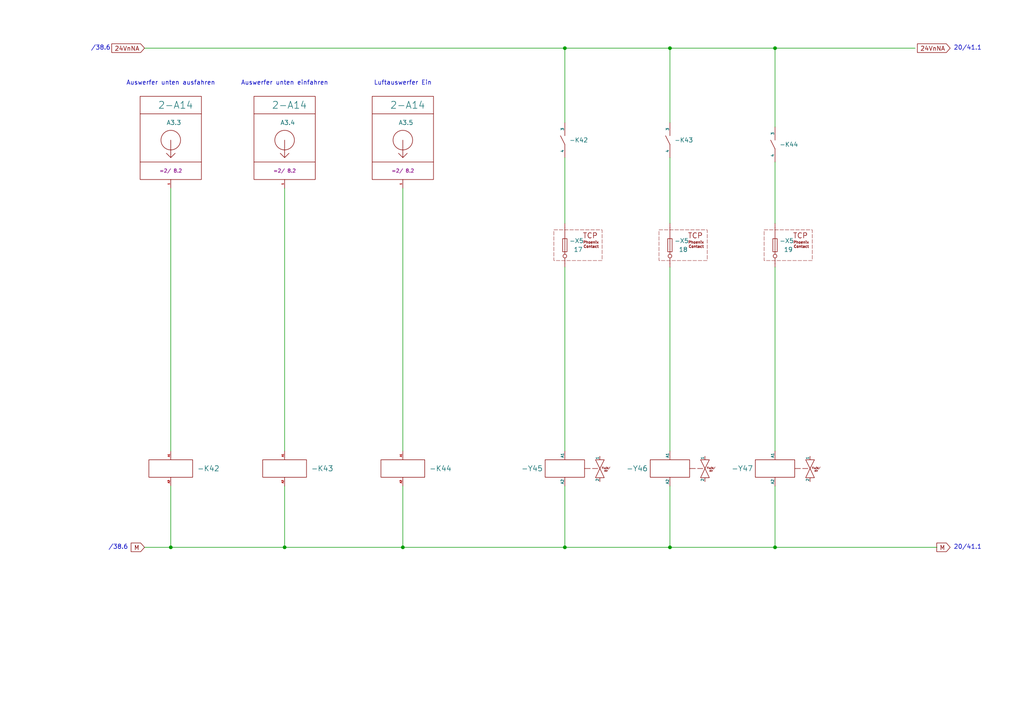
<source format=kicad_sch>
(kicad_sch (version 20250114) (generator "eeschema") (generator_version "9.0")
  (paper "A4")
  (title_block (comment 4 "17"))
  (lib_symbols
    (symbol "TCP_(X)_1" (pin_numbers (hide yes)) (pin_names (offset 0) (hide yes))
      (property "Reference" "-X" (at -9.398 7.366 0))
      (symbol "TCP_(X)_1_0_1"
        (polyline (pts (xy -3.81 -5.334) (xy -3.81 -3.81)))
      )
      (symbol "TCP_(X)_1_1_1"
        (rectangle (start -6.985 4.445) (end 6.985 -4.445) (stroke (width 0.1016) (type dash)))
        (rectangle (start -4.445 1.905) (end -3.175 -1.905))
        (circle (center -3.8101 -3.155) (radius 0.5341))
        (polyline (pts (xy -3.81 5.08) (xy -3.81 -2.54)))
        (text "TCP" (at 3.556 2.794 0) (effects (font (size 1.524 1.524))))
        (text "Phoenix\nContact" (at 6.096 0.254 0) (effects (font (size 0.762 0.762)) (justify right)))
        (pin passive line (at -3.81 6.35 270) (length 1.27) (name "") (number ""))
        (pin passive line (at -3.81 -6.35 90) (length 1.016) (name ".") (number ""))
      )
    )
    (symbol "TCP_(X)_2" (pin_numbers (hide yes)) (pin_names (offset 0) (hide yes))
      (property "Reference" "-X" (at -9.398 7.366 0))
      (symbol "TCP_(X)_2_0_1"
        (polyline (pts (xy -3.81 -5.334) (xy -3.81 -3.81)))
      )
      (symbol "TCP_(X)_2_1_1"
        (rectangle (start -6.985 4.445) (end 6.985 -4.445) (stroke (width 0.1016) (type dash)))
        (rectangle (start -4.445 1.905) (end -3.175 -1.905))
        (circle (center -3.8101 -3.155) (radius 0.5341))
        (polyline (pts (xy -3.81 5.08) (xy -3.81 -2.54)))
        (text "TCP" (at 3.556 2.794 0) (effects (font (size 1.524 1.524))))
        (text "Phoenix\nContact" (at 6.096 0.254 0) (effects (font (size 0.762 0.762)) (justify right)))
        (pin passive line (at -3.81 6.35 270) (length 1.27) (name "") (number ""))
        (pin passive line (at -3.81 -6.35 90) (length 1.016) (name ".") (number ""))
      )
    )
    (symbol "standart:PLC_OUT_(A)" (on_board no)
      (property "Reference" "-A" (at -6.35 10.16 0))
      (property "Target" "=Gruppe/ Seite.Pfad" (at 0 -8.89 0))
      (symbol "PLC_OUT_(A)_0_1"
        (rectangle (start -8.89 12.7) (end 8.89 -11.43))
        (polyline (pts (xy -8.89 7.62) (xy 8.89 7.62)))
        (polyline (pts (xy -8.89 -6.35) (xy 8.89 -6.35)))
        (polyline (pts (xy 0 0) (xy 0 -5.08) (xy 1.27 -3.81) (xy 0 -5.08) (xy -1.27 -3.81)))
        (circle (center 0 0) (radius 2.8398))
      )
      (symbol "PLC_OUT_(A)_1_1"
        (pin output line (at 0 -13.97 90) (length 2.54) (name "") (number "1"))
      )
    )
    (symbol "standart:Relais_(K)_A1-A2" (pin_names (hide yes))
      (property "Reference" "-K" (at -4.572 5.842 0))
      (symbol "Relais_(K)_A1-A2_0_1"
        (rectangle (start -6.35 2.54) (end 6.35 -2.54))
      )
      (symbol "Relais_(K)_A1-A2_1_1"
        (pin passive line (at 0 5.08 270) (length 2.54) (name "") (number "A1"))
        (pin passive line (at 0 -5.08 90) (length 2.54) (name "") (number "A2"))
      )
    )
    (symbol "standart:Relais_(K)_NO" (pin_numbers (hide yes)) (pin_names (offset 0))
      (property "Reference" "-K" (at -4.318 4.318 0))
      (symbol "Relais_(K)_NO_0_1"
        (polyline (pts (xy 0 1.27) (xy 0 1.27)))
        (polyline (pts (xy 0 -1.27) (xy -1.27 1.27)))
      )
      (symbol "Relais_(K)_NO_1_1"
        (pin passive line (at 0 5.08 270) (length 3.81) (name "3") (number "3"))
        (pin passive line (at 0 -5.08 90) (length 3.81) (name "4") (number "4"))
      )
    )
    (symbol "standart:TCP_(X)" (pin_numbers (hide yes)) (pin_names (offset 0) (hide yes))
      (property "Reference" "-X" (at -9.398 7.366 0))
      (symbol "TCP_(X)_0_1"
        (polyline (pts (xy -3.81 -5.334) (xy -3.81 -3.81)))
      )
      (symbol "TCP_(X)_1_1"
        (rectangle (start -6.985 4.445) (end 6.985 -4.445) (stroke (width 0.1016) (type dash)))
        (rectangle (start -4.445 1.905) (end -3.175 -1.905))
        (circle (center -3.8101 -3.155) (radius 0.5341))
        (polyline (pts (xy -3.81 5.08) (xy -3.81 -2.54)))
        (text "TCP" (at 3.556 2.794 0) (effects (font (size 1.524 1.524))))
        (text "Phoenix\nContact" (at 6.096 0.254 0) (effects (font (size 0.762 0.762)) (justify right)))
        (pin passive line (at -3.81 6.35 270) (length 1.27) (name "") (number ""))
        (pin passive line (at -3.81 -6.35 90) (length 1.016) (name ".") (number ""))
      )
    )
    (symbol "standart:Ventil_(Y)" (pin_numbers (hide yes)) (pin_names (offset 0))
      (property "Reference" "-Y" (at -8.636 4.064 0))
      (symbol "Ventil_(Y)_0_1"
        (rectangle (start -5.715 2.54) (end 5.715 -2.54))
      )
      (symbol "Ventil_(Y)_1_1"
        (polyline (pts (xy 5.715 0) (xy 9.525 0)) (stroke (width 0) (type dash)))
        (polyline (pts (xy 10.16 0) (xy 8.8857 -2.6619) (xy 11.4257 -2.6619) (xy 10.16 0) (xy 8.89 2.54) (xy 11.43 2.54) (xy 10.16 0)))
        (text "Fluid/\nAir" (at 11.938 -0.254 0) (effects (font (size 0.508 0.508))))
        (pin passive line (at 0 5.08 270) (length 2.54) (name "A1") (number "A1"))
        (pin passive line (at 0 -5.08 90) (length 2.54) (name "A2") (number "A2"))
        (pin passive line (at 10.16 3.556 270) (length 1.016) (name "1") (number "1"))
        (pin passive line (at 10.16 -3.81 90) (length 1.016) (name "2") (number "2"))
      )
    )
  )
  (text "20/41.1" (at 280.67 158.75 0) (effects (font (size 1.27 1.27))))
  (text "/38.6" (at 29.21 13.97 0) (effects (font (size 1.27 1.27))))
  (text "/38.6" (at 34.29 158.75 0) (effects (font (size 1.27 1.27))))
  (text "20/41.1" (at 280.67 13.97 0) (effects (font (size 1.27 1.27))))
  (text "Auswerfer unten ausfahren" (at 49.53 24.13 0) (effects (font (size 1.27 1.27))))
  (text "Auswerfer unten einfahren" (at 82.55 24.13 0) (effects (font (size 1.27 1.27))))
  (text "Luftauswerfer Ein" (at 116.84 24.13 0) (effects (font (size 1.27 1.27))))
  (junction (at 116.84 158.75))
  (junction (at 224.79 13.97))
  (junction (at 224.79 158.75))
  (junction (at 163.83 158.75))
  (junction (at 163.83 13.97))
  (junction (at 194.31 158.75))
  (junction (at 82.55 158.75))
  (junction (at 194.31 13.97))
  (junction (at 49.53 158.75))
  (wire (pts (xy 49.53 54.61) (xy 49.53 130.81)))
  (wire (pts (xy 82.55 140.97) (xy 82.55 158.75)))
  (wire (pts (xy 224.79 140.97) (xy 224.79 158.75)))
  (wire (pts (xy 41.91 13.97) (xy 163.83 13.97)))
  (wire (pts (xy 163.83 45.72) (xy 163.83 64.77)))
  (wire (pts (xy 194.31 140.97) (xy 194.31 158.75)))
  (wire (pts (xy 163.83 13.97) (xy 194.31 13.97)))
  (wire (pts (xy 49.53 140.97) (xy 49.53 158.75)))
  (wire (pts (xy 194.31 13.97) (xy 194.31 35.56)))
  (wire (pts (xy 116.84 140.97) (xy 116.84 158.75)))
  (wire (pts (xy 194.31 158.75) (xy 224.79 158.75)))
  (wire (pts (xy 116.84 54.61) (xy 116.84 130.81)))
  (wire (pts (xy 224.79 13.97) (xy 224.79 36.83)))
  (wire (pts (xy 194.31 13.97) (xy 224.79 13.97)))
  (wire (pts (xy 116.84 158.75) (xy 163.83 158.75)))
  (wire (pts (xy 41.91 158.75) (xy 49.53 158.75)))
  (wire (pts (xy 224.79 46.99) (xy 224.79 64.77)))
  (wire (pts (xy 163.83 158.75) (xy 194.31 158.75)))
  (wire (pts (xy 49.53 158.75) (xy 82.55 158.75)))
  (wire (pts (xy 82.55 54.61) (xy 82.55 130.81)))
  (wire (pts (xy 82.55 158.75) (xy 116.84 158.75)))
  (wire (pts (xy 224.79 158.75) (xy 271.78 158.75)))
  (wire (pts (xy 224.79 13.97) (xy 265.43 13.97)))
  (wire (pts (xy 224.79 77.47) (xy 224.79 130.81)))
  (wire (pts (xy 163.83 13.97) (xy 163.83 35.56)))
  (wire (pts (xy 194.31 77.47) (xy 194.31 130.81)))
  (wire (pts (xy 163.83 140.97) (xy 163.83 158.75)))
  (wire (pts (xy 194.31 45.72) (xy 194.31 64.77)))
  (wire (pts (xy 163.83 77.47) (xy 163.83 130.81)))
  (global_label "24VnNA" (shape input) (at 41.91 13.97 180) (property "Intersheetrefs" "${INTERSHEET_REFS}" (effects (hide yes))))
  (global_label "24VnNA" (shape input) (at 275.59 13.97 180) (property "Intersheetrefs" "${INTERSHEET_REFS}" (effects (hide yes))))
  (global_label "M" (shape input) (at 275.59 158.75 180) (property "Intersheetrefs" "${INTERSHEET_REFS}" (effects (hide yes))))
  (global_label "M" (shape input) (at 41.91 158.75 180) (property "Intersheetrefs" "${INTERSHEET_REFS}" (effects (hide yes))))
  (symbol (lib_id "standart:Relais_(K)_NO") (at 163.83 40.64 0) (unit 1)
    (property "Reference" "-K42" (at 165.1 40.6399 0) (effects (justify left)))
  )
  (symbol (lib_id "standart:PLC_OUT_(A)") (at 82.55 40.64 0) (unit 1) (on_board no)
    (property "Reference" "2-A14" (at 78.74 30.48 0) (effects (font (size 2.032 2.032)) (justify left)))
    (property "Value" "A3.4" (at 81.28 35.56 0) (effects (justify left)))
    (property "Target" "=2/ 8.2" (at 82.55 49.53 0) (effects (font (size 1.016 1.016))))
  )
  (symbol (lib_id "standart:Relais_(K)_A1-A2") (at 116.84 135.89 0) (unit 1)
    (property "Reference" "-K44" (at 124.46 135.8899 0) (effects (font (size 1.524 1.524)) (justify left)))
  )
  (symbol (lib_name "TCP_(X)_1") (lib_id "standart:TCP_(X)") (at 198.12 71.12 0) (unit 1)
    (property "Reference" "-X5" (at 195.58 69.85 0) (effects (justify left)))
    (property "Value" "18" (at 196.85 72.39 0) (effects (justify left)))
  )
  (symbol (lib_id "standart:Relais_(K)_NO") (at 224.79 41.91 0) (unit 1)
    (property "Reference" "-K44" (at 226.06 41.9099 0) (effects (justify left)))
  )
  (symbol (lib_id "standart:Ventil_(Y)") (at 224.79 135.89 0) (unit 1)
    (property "Reference" "-Y47" (at 212.09 135.89 0) (effects (font (size 1.524 1.524)) (justify left)))
    (property "Description" "Elektromagnetisches Ventil für Hydraulik und Pneumatik" (effects (hide yes)))
  )
  (symbol (lib_id "standart:TCP_(X)") (at 167.64 71.12 0) (unit 1)
    (property "Reference" "-X5" (at 165.1 69.85 0) (effects (justify left)))
    (property "Value" "17" (at 166.37 72.39 0) (effects (justify left)))
  )
  (symbol (lib_id "standart:PLC_OUT_(A)") (at 49.53 40.64 0) (unit 1) (on_board no)
    (property "Reference" "2-A14" (at 45.72 30.48 0) (effects (font (size 2.032 2.032)) (justify left)))
    (property "Value" "A3.3" (at 48.26 35.56 0) (effects (justify left)))
    (property "Target" "=2/ 8.2" (at 49.53 49.53 0) (effects (font (size 1.016 1.016))))
  )
  (symbol (lib_id "standart:Ventil_(Y)") (at 194.31 135.89 0) (unit 1)
    (property "Reference" "-Y46" (at 181.61 135.89 0) (effects (font (size 1.524 1.524)) (justify left)))
    (property "Description" "Elektromagnetisches Ventil für Hydraulik und Pneumatik" (effects (hide yes)))
  )
  (symbol (lib_id "standart:Relais_(K)_A1-A2") (at 82.55 135.89 0) (unit 1)
    (property "Reference" "-K43" (at 90.17 135.8899 0) (effects (font (size 1.524 1.524)) (justify left)))
  )
  (symbol (lib_id "standart:Ventil_(Y)") (at 163.83 135.89 0) (unit 1)
    (property "Reference" "-Y45" (at 151.13 135.89 0) (effects (font (size 1.524 1.524)) (justify left)))
    (property "Description" "Elektromagnetisches Ventil für Hydraulik und Pneumatik" (effects (hide yes)))
  )
  (symbol (lib_id "standart:Relais_(K)_A1-A2") (at 49.53 135.89 0) (unit 1)
    (property "Reference" "-K42" (at 57.15 135.8899 0) (effects (font (size 1.524 1.524)) (justify left)))
  )
  (symbol (lib_name "TCP_(X)_2") (lib_id "standart:TCP_(X)") (at 228.6 71.12 0) (unit 1)
    (property "Reference" "-X5" (at 226.06 69.85 0) (effects (justify left)))
    (property "Value" "19" (at 227.33 72.39 0) (effects (justify left)))
  )
  (symbol (lib_id "standart:PLC_OUT_(A)") (at 116.84 40.64 0) (unit 1) (on_board no)
    (property "Reference" "2-A14" (at 113.03 30.48 0) (effects (font (size 2.032 2.032)) (justify left)))
    (property "Value" "A3.5" (at 115.57 35.56 0) (effects (justify left)))
    (property "Target" "=2/ 8.2" (at 116.84 49.53 0) (effects (font (size 1.016 1.016))))
  )
  (symbol (lib_id "standart:Relais_(K)_NO") (at 194.31 40.64 0) (unit 1)
    (property "Reference" "-K43" (at 195.58 40.6399 0) (effects (justify left)))
  )
)
</source>
